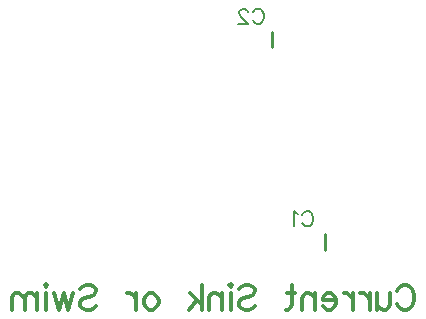
<source format=gbr>
G04 DipTrace 3.0.0.2*
G04 BottomSilk.gbr*
%MOIN*%
G04 #@! TF.FileFunction,Legend,Bot*
G04 #@! TF.Part,Single*
%ADD10C,0.009843*%
%ADD72C,0.00772*%
%ADD73C,0.012351*%
%FSLAX26Y26*%
G04*
G70*
G90*
G75*
G01*
G04 BotSilk*
%LPD*%
X1585360Y843429D2*
D10*
Y894571D1*
X1410360Y1518429D2*
Y1569571D1*
X1510264Y959812D2*
D72*
X1512641Y964566D1*
X1517449Y969374D1*
X1522203Y971751D1*
X1531764D1*
X1536573Y969374D1*
X1541326Y964566D1*
X1543758Y959812D1*
X1546134Y952627D1*
Y940634D1*
X1543758Y933504D1*
X1541326Y928696D1*
X1536573Y923942D1*
X1531764Y921511D1*
X1522203D1*
X1517449Y923942D1*
X1512641Y928696D1*
X1510264Y933504D1*
X1494825Y962134D2*
X1490017Y964566D1*
X1482832Y971695D1*
Y921511D1*
X1346014Y1634812D2*
X1348391Y1639566D1*
X1353199Y1644374D1*
X1357952Y1646751D1*
X1367514D1*
X1372323Y1644374D1*
X1377076Y1639566D1*
X1379508Y1634812D1*
X1381884Y1627627D1*
Y1615634D1*
X1379508Y1608504D1*
X1377076Y1603696D1*
X1372323Y1598942D1*
X1367514Y1596511D1*
X1357952D1*
X1353199Y1598942D1*
X1348391Y1603696D1*
X1346014Y1608504D1*
X1328143Y1634757D2*
Y1637134D1*
X1325767Y1641942D1*
X1323390Y1644319D1*
X1318582Y1646695D1*
X1309020D1*
X1304267Y1644319D1*
X1301890Y1641942D1*
X1299458Y1637134D1*
Y1632381D1*
X1301890Y1627572D1*
X1306643Y1620442D1*
X1330575Y1596511D1*
X1297082D1*
X1825730Y705485D2*
D73*
X1829533Y713090D1*
X1837226Y720783D1*
X1844832Y724586D1*
X1860130D1*
X1867824Y720783D1*
X1875429Y713090D1*
X1879320Y705485D1*
X1883122Y693989D1*
Y674799D1*
X1879320Y663391D1*
X1875429Y655698D1*
X1867824Y648093D1*
X1860130Y644202D1*
X1844832D1*
X1837226Y648093D1*
X1829533Y655698D1*
X1825730Y663391D1*
X1801028Y697791D2*
Y659500D1*
X1797225Y648093D1*
X1789532Y644202D1*
X1778036D1*
X1770430Y648093D1*
X1758934Y659500D1*
Y697791D2*
Y644202D1*
X1734232Y697791D2*
Y644202D1*
Y674799D2*
X1730341Y686295D1*
X1722736Y693989D1*
X1715042Y697791D1*
X1703546D1*
X1678843D2*
Y644202D1*
Y674799D2*
X1674952Y686295D1*
X1667347Y693989D1*
X1659654Y697791D1*
X1648157D1*
X1623455Y674799D2*
X1577559D1*
Y682492D1*
X1581361Y690186D1*
X1585164Y693989D1*
X1592857Y697791D1*
X1604354D1*
X1611959Y693989D1*
X1619652Y686295D1*
X1623455Y674799D1*
Y667194D1*
X1619652Y655698D1*
X1611959Y648093D1*
X1604354Y644202D1*
X1592857D1*
X1585164Y648093D1*
X1577559Y655698D1*
X1552856Y697791D2*
Y644202D1*
Y682492D2*
X1541360Y693989D1*
X1533666Y697791D1*
X1522259D1*
X1514565Y693989D1*
X1510763Y682492D1*
Y644202D1*
X1474564Y724586D2*
Y659500D1*
X1470761Y648093D1*
X1463068Y644202D1*
X1455463D1*
X1486060Y697791D2*
X1459265D1*
X1299409Y713090D2*
X1307014Y720783D1*
X1318510Y724586D1*
X1333809D1*
X1345305Y720783D1*
X1352998Y713090D1*
Y705485D1*
X1349107Y697791D1*
X1345305Y693989D1*
X1337700Y690186D1*
X1314708Y682492D1*
X1307014Y678690D1*
X1303212Y674799D1*
X1299409Y667194D1*
Y655698D1*
X1307014Y648093D1*
X1318510Y644202D1*
X1333809D1*
X1345305Y648093D1*
X1352998Y655698D1*
X1274706Y724586D2*
X1270904Y720783D1*
X1267013Y724586D1*
X1270904Y728477D1*
X1274706Y724586D1*
X1270904Y697791D2*
Y644202D1*
X1242310Y697791D2*
Y644202D1*
Y682492D2*
X1230814Y693989D1*
X1223120Y697791D1*
X1211713D1*
X1204019Y693989D1*
X1200217Y682492D1*
Y644202D1*
X1175514Y724586D2*
Y644202D1*
X1137223Y697791D2*
X1175514Y659500D1*
X1160215Y674799D2*
X1133421Y644202D1*
X1011855Y697791D2*
X1019460Y693989D1*
X1027154Y686295D1*
X1030956Y674799D1*
Y667194D1*
X1027154Y655698D1*
X1019460Y648093D1*
X1011855Y644202D1*
X1000359D1*
X992666Y648093D1*
X985060Y655698D1*
X981170Y667194D1*
Y674799D1*
X985060Y686295D1*
X992666Y693989D1*
X1000359Y697791D1*
X1011855D1*
X956467D2*
Y644202D1*
Y674799D2*
X952576Y686295D1*
X944971Y693989D1*
X937277Y697791D1*
X925781D1*
X769727Y713090D2*
X777332Y720783D1*
X788829Y724586D1*
X804127D1*
X815623Y720783D1*
X823317Y713090D1*
Y705485D1*
X819426Y697791D1*
X815623Y693989D1*
X808018Y690186D1*
X785026Y682492D1*
X777332Y678690D1*
X773530Y674799D1*
X769727Y667194D1*
Y655698D1*
X777332Y648093D1*
X788829Y644202D1*
X804127D1*
X815623Y648093D1*
X823317Y655698D1*
X745025Y697791D2*
X729726Y644202D1*
X714427Y697791D1*
X699129Y644202D1*
X683830Y697791D1*
X659127Y724586D2*
X655325Y720783D1*
X651434Y724586D1*
X655325Y728477D1*
X659127Y724586D1*
X655325Y697791D2*
Y644202D1*
X626731Y697791D2*
Y644202D1*
Y682492D2*
X615235Y693989D1*
X607541Y697791D1*
X596134D1*
X588440Y693989D1*
X584638Y682492D1*
Y644202D1*
Y682492D2*
X573142Y693989D1*
X565448Y697791D1*
X554041D1*
X546347Y693989D1*
X542456Y682492D1*
Y644202D1*
M02*

</source>
